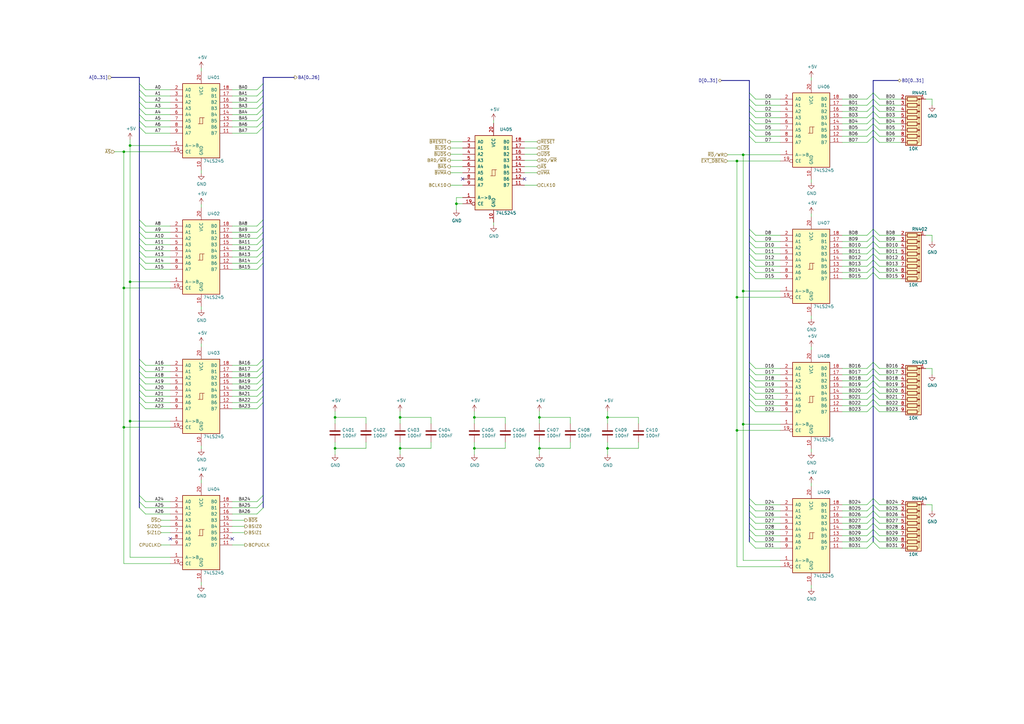
<source format=kicad_sch>
(kicad_sch (version 20211123) (generator eeschema)
  (paper "A3")
  (title_block (title "Y Ddraig Fawr") (company "Stephen Moody"))
  (lib_symbols
    (symbol "74xx:74LS245" (pin_names (offset 1.016))
      (property "Reference" "U" (at -7.62 16.51 0))
      (property "Value" "74LS245" (at -7.62 -16.51 0))
      (symbol "74LS245_1_0"
        (pin input line (at -12.7 -10.16 0) (length 5.08) (name "A->B") (number "1"))
        (pin power_in line (at 0 -20.32 90) (length 5.08) (name "GND") (number "10"))
        (pin tri_state line (at 12.7 -5.08 180) (length 5.08) (name "B7") (number "11"))
        (pin tri_state line (at 12.7 -2.54 180) (length 5.08) (name "B6") (number "12"))
        (pin tri_state line (at 12.7 0 180) (length 5.08) (name "B5") (number "13"))
        (pin tri_state line (at 12.7 2.54 180) (length 5.08) (name "B4") (number "14"))
        (pin tri_state line (at 12.7 5.08 180) (length 5.08) (name "B3") (number "15"))
        (pin tri_state line (at 12.7 7.62 180) (length 5.08) (name "B2") (number "16"))
        (pin tri_state line (at 12.7 10.16 180) (length 5.08) (name "B1") (number "17"))
        (pin tri_state line (at 12.7 12.7 180) (length 5.08) (name "B0") (number "18"))
        (pin input inverted (at -12.7 -12.7 0) (length 5.08) (name "CE") (number "19"))
        (pin tri_state line (at -12.7 12.7 0) (length 5.08) (name "A0") (number "2"))
        (pin power_in line (at 0 20.32 270) (length 5.08) (name "VCC") (number "20"))
        (pin tri_state line (at -12.7 10.16 0) (length 5.08) (name "A1") (number "3"))
        (pin tri_state line (at -12.7 7.62 0) (length 5.08) (name "A2") (number "4"))
        (pin tri_state line (at -12.7 5.08 0) (length 5.08) (name "A3") (number "5"))
        (pin tri_state line (at -12.7 2.54 0) (length 5.08) (name "A4") (number "6"))
        (pin tri_state line (at -12.7 0 0) (length 5.08) (name "A5") (number "7"))
        (pin tri_state line (at -12.7 -2.54 0) (length 5.08) (name "A6") (number "8"))
        (pin tri_state line (at -12.7 -5.08 0) (length 5.08) (name "A7") (number "9"))
      )
    )
    (symbol "Device:C" (pin_numbers hide) (pin_names (offset 0.254))
      (property "Reference" "C" (at 0.635 2.54 0))
      (property "Value" "C" (at 0.635 -2.54 0))
      (symbol "C_1_1"
        (pin passive line (at 0 3.81 270) (length 2.794) (name "~") (number "1"))
        (pin passive line (at 0 -3.81 90) (length 2.794) (name "~") (number "2"))
      )
    )
    (symbol "Device:R_Network08" (pin_names (offset 0) hide)
      (property "Reference" "RN" (at -12.7 0 90))
      (property "Value" "R_Network08" (at 10.16 0 90))
      (symbol "R_Network08_1_1"
        (pin passive line (at -10.16 5.08 270) (length 2.54) (name "common") (number "1"))
        (pin passive line (at -10.16 -5.08 90) (length 1.27) (name "R1") (number "2"))
        (pin passive line (at -7.62 -5.08 90) (length 1.27) (name "R2") (number "3"))
        (pin passive line (at -5.08 -5.08 90) (length 1.27) (name "R3") (number "4"))
        (pin passive line (at -2.54 -5.08 90) (length 1.27) (name "R4") (number "5"))
        (pin passive line (at 0 -5.08 90) (length 1.27) (name "R5") (number "6"))
        (pin passive line (at 2.54 -5.08 90) (length 1.27) (name "R6") (number "7"))
        (pin passive line (at 5.08 -5.08 90) (length 1.27) (name "R7") (number "8"))
        (pin passive line (at 7.62 -5.08 90) (length 1.27) (name "R8") (number "9"))
      )
    )
    (symbol "power:+5V" (power) (pin_names (offset 0))
      (property "Value" "+5V" (at 0 3.556 0))
      (symbol "+5V_1_1"
        (pin power_in line (at 0 0 90) (length 0) hide (name "+5V") (number "1"))
      )
    )
    (symbol "power:GND" (power) (pin_names (offset 0))
      (property "Value" "GND" (at 0 -3.81 0))
      (symbol "GND_1_1"
        (pin power_in line (at 0 0 270) (length 0) hide (name "GND") (number "1"))
      )
    )
  )
  (junction (at 302.26 66.04))
  (junction (at 137.414 171.196))
  (junction (at 53.34 172.72))
  (junction (at 50.8 118.11))
  (junction (at 221.234 171.196))
  (junction (at 304.8 173.99))
  (junction (at 53.34 59.69))
  (junction (at 164.084 183.896))
  (junction (at 164.084 171.196))
  (junction (at 50.8 62.23))
  (junction (at 194.564 171.196))
  (junction (at 249.174 171.196))
  (junction (at 194.564 183.896))
  (junction (at 302.26 176.53))
  (junction (at 304.8 119.38))
  (junction (at 221.234 183.896))
  (junction (at 50.8 175.26))
  (junction (at 249.174 183.896))
  (junction (at 53.34 115.57))
  (junction (at 304.8 63.5))
  (junction (at 302.26 121.92))
  (junction (at 187.198 83.566))
  (junction (at 137.414 183.896))
  (no_connect (at 69.85 220.98))
  (no_connect (at 95.25 220.98))
  (no_connect (at 189.738 73.406))
  (no_connect (at 215.138 73.406))
  (bus_entry (at 355.6 168.91) (size 2.54 -2.54))
  (bus_entry (at 307.34 217.17) (size 2.54 2.54))
  (bus_entry (at 355.6 222.25) (size 2.54 -2.54))
  (bus_entry (at 307.34 158.75) (size 2.54 2.54))
  (bus_entry (at 355.6 104.14) (size 2.54 -2.54))
  (bus_entry (at 57.15 149.86) (size 2.54 2.54))
  (bus_entry (at 57.15 52.07) (size 2.54 2.54))
  (bus_entry (at 358.14 43.18) (size 2.54 2.54))
  (bus_entry (at 355.6 96.52) (size 2.54 -2.54))
  (bus_entry (at 355.6 101.6) (size 2.54 -2.54))
  (bus_entry (at 105.41 208.28) (size 2.54 -2.54))
  (bus_entry (at 358.14 214.63) (size 2.54 2.54))
  (bus_entry (at 307.34 166.37) (size 2.54 2.54))
  (bus_entry (at 307.34 209.55) (size 2.54 2.54))
  (bus_entry (at 358.14 106.68) (size 2.54 2.54))
  (bus_entry (at 57.15 49.53) (size 2.54 2.54))
  (bus_entry (at 307.34 48.26) (size 2.54 2.54))
  (bus_entry (at 358.14 99.06) (size 2.54 2.54))
  (bus_entry (at 307.34 38.1) (size 2.54 2.54))
  (bus_entry (at 57.15 100.33) (size 2.54 2.54))
  (bus_entry (at 57.15 203.2) (size 2.54 2.54))
  (bus_entry (at 307.34 40.64) (size 2.54 2.54))
  (bus_entry (at 358.14 209.55) (size 2.54 2.54))
  (bus_entry (at 355.6 50.8) (size 2.54 -2.54))
  (bus_entry (at 105.41 92.71) (size 2.54 -2.54))
  (bus_entry (at 307.34 214.63) (size 2.54 2.54))
  (bus_entry (at 57.15 46.99) (size 2.54 2.54))
  (bus_entry (at 355.6 43.18) (size 2.54 -2.54))
  (bus_entry (at 307.34 96.52) (size 2.54 2.54))
  (bus_entry (at 57.15 205.74) (size 2.54 2.54))
  (bus_entry (at 105.41 39.37) (size 2.54 -2.54))
  (bus_entry (at 358.14 53.34) (size 2.54 2.54))
  (bus_entry (at 358.14 217.17) (size 2.54 2.54))
  (bus_entry (at 105.41 52.07) (size 2.54 -2.54))
  (bus_entry (at 358.14 45.72) (size 2.54 2.54))
  (bus_entry (at 358.14 109.22) (size 2.54 2.54))
  (bus_entry (at 355.6 219.71) (size 2.54 -2.54))
  (bus_entry (at 307.34 148.59) (size 2.54 2.54))
  (bus_entry (at 105.41 205.74) (size 2.54 -2.54))
  (bus_entry (at 307.34 99.06) (size 2.54 2.54))
  (bus_entry (at 307.34 43.18) (size 2.54 2.54))
  (bus_entry (at 105.41 46.99) (size 2.54 -2.54))
  (bus_entry (at 358.14 153.67) (size 2.54 2.54))
  (bus_entry (at 57.15 152.4) (size 2.54 2.54))
  (bus_entry (at 307.34 93.98) (size 2.54 2.54))
  (bus_entry (at 307.34 101.6) (size 2.54 2.54))
  (bus_entry (at 358.14 212.09) (size 2.54 2.54))
  (bus_entry (at 57.15 92.71) (size 2.54 2.54))
  (bus_entry (at 307.34 50.8) (size 2.54 2.54))
  (bus_entry (at 358.14 163.83) (size 2.54 2.54))
  (bus_entry (at 358.14 48.26) (size 2.54 2.54))
  (bus_entry (at 57.15 105.41) (size 2.54 2.54))
  (bus_entry (at 355.6 214.63) (size 2.54 -2.54))
  (bus_entry (at 307.34 219.71) (size 2.54 2.54))
  (bus_entry (at 105.41 54.61) (size 2.54 -2.54))
  (bus_entry (at 355.6 40.64) (size 2.54 -2.54))
  (bus_entry (at 57.15 95.25) (size 2.54 2.54))
  (bus_entry (at 57.15 39.37) (size 2.54 2.54))
  (bus_entry (at 355.6 55.88) (size 2.54 -2.54))
  (bus_entry (at 105.41 162.56) (size 2.54 -2.54))
  (bus_entry (at 307.34 104.14) (size 2.54 2.54))
  (bus_entry (at 355.6 207.01) (size 2.54 -2.54))
  (bus_entry (at 355.6 109.22) (size 2.54 -2.54))
  (bus_entry (at 57.15 157.48) (size 2.54 2.54))
  (bus_entry (at 57.15 162.56) (size 2.54 2.54))
  (bus_entry (at 355.6 53.34) (size 2.54 -2.54))
  (bus_entry (at 358.14 207.01) (size 2.54 2.54))
  (bus_entry (at 105.41 167.64) (size 2.54 -2.54))
  (bus_entry (at 57.15 107.95) (size 2.54 2.54))
  (bus_entry (at 355.6 114.3) (size 2.54 -2.54))
  (bus_entry (at 307.34 111.76) (size 2.54 2.54))
  (bus_entry (at 355.6 209.55) (size 2.54 -2.54))
  (bus_entry (at 307.34 212.09) (size 2.54 2.54))
  (bus_entry (at 105.41 154.94) (size 2.54 -2.54))
  (bus_entry (at 355.6 166.37) (size 2.54 -2.54))
  (bus_entry (at 105.41 160.02) (size 2.54 -2.54))
  (bus_entry (at 105.41 149.86) (size 2.54 -2.54))
  (bus_entry (at 355.6 158.75) (size 2.54 -2.54))
  (bus_entry (at 355.6 48.26) (size 2.54 -2.54))
  (bus_entry (at 355.6 217.17) (size 2.54 -2.54))
  (bus_entry (at 57.15 160.02) (size 2.54 2.54))
  (bus_entry (at 307.34 204.47) (size 2.54 2.54))
  (bus_entry (at 355.6 212.09) (size 2.54 -2.54))
  (bus_entry (at 307.34 161.29) (size 2.54 2.54))
  (bus_entry (at 307.34 156.21) (size 2.54 2.54))
  (bus_entry (at 358.14 96.52) (size 2.54 2.54))
  (bus_entry (at 105.41 41.91) (size 2.54 -2.54))
  (bus_entry (at 105.41 165.1) (size 2.54 -2.54))
  (bus_entry (at 355.6 111.76) (size 2.54 -2.54))
  (bus_entry (at 307.34 163.83) (size 2.54 2.54))
  (bus_entry (at 355.6 106.68) (size 2.54 -2.54))
  (bus_entry (at 358.14 111.76) (size 2.54 2.54))
  (bus_entry (at 105.41 110.49) (size 2.54 -2.54))
  (bus_entry (at 358.14 104.14) (size 2.54 2.54))
  (bus_entry (at 358.14 40.64) (size 2.54 2.54))
  (bus_entry (at 358.14 161.29) (size 2.54 2.54))
  (bus_entry (at 307.34 45.72) (size 2.54 2.54))
  (bus_entry (at 307.34 151.13) (size 2.54 2.54))
  (bus_entry (at 358.14 204.47) (size 2.54 2.54))
  (bus_entry (at 358.14 166.37) (size 2.54 2.54))
  (bus_entry (at 57.15 147.32) (size 2.54 2.54))
  (bus_entry (at 355.6 153.67) (size 2.54 -2.54))
  (bus_entry (at 355.6 99.06) (size 2.54 -2.54))
  (bus_entry (at 358.14 148.59) (size 2.54 2.54))
  (bus_entry (at 105.41 95.25) (size 2.54 -2.54))
  (bus_entry (at 307.34 153.67) (size 2.54 2.54))
  (bus_entry (at 105.41 152.4) (size 2.54 -2.54))
  (bus_entry (at 105.41 36.83) (size 2.54 -2.54))
  (bus_entry (at 358.14 158.75) (size 2.54 2.54))
  (bus_entry (at 307.34 55.88) (size 2.54 2.54))
  (bus_entry (at 57.15 208.28) (size 2.54 2.54))
  (bus_entry (at 57.15 154.94) (size 2.54 2.54))
  (bus_entry (at 105.41 97.79) (size 2.54 -2.54))
  (bus_entry (at 105.41 49.53) (size 2.54 -2.54))
  (bus_entry (at 57.15 102.87) (size 2.54 2.54))
  (bus_entry (at 105.41 100.33) (size 2.54 -2.54))
  (bus_entry (at 358.14 219.71) (size 2.54 2.54))
  (bus_entry (at 105.41 107.95) (size 2.54 -2.54))
  (bus_entry (at 358.14 156.21) (size 2.54 2.54))
  (bus_entry (at 358.14 38.1) (size 2.54 2.54))
  (bus_entry (at 355.6 156.21) (size 2.54 -2.54))
  (bus_entry (at 355.6 58.42) (size 2.54 -2.54))
  (bus_entry (at 358.14 50.8) (size 2.54 2.54))
  (bus_entry (at 57.15 34.29) (size 2.54 2.54))
  (bus_entry (at 358.14 151.13) (size 2.54 2.54))
  (bus_entry (at 307.34 222.25) (size 2.54 2.54))
  (bus_entry (at 307.34 53.34) (size 2.54 2.54))
  (bus_entry (at 307.34 109.22) (size 2.54 2.54))
  (bus_entry (at 57.15 97.79) (size 2.54 2.54))
  (bus_entry (at 105.41 157.48) (size 2.54 -2.54))
  (bus_entry (at 105.41 210.82) (size 2.54 -2.54))
  (bus_entry (at 358.14 222.25) (size 2.54 2.54))
  (bus_entry (at 57.15 44.45) (size 2.54 2.54))
  (bus_entry (at 355.6 45.72) (size 2.54 -2.54))
  (bus_entry (at 355.6 163.83) (size 2.54 -2.54))
  (bus_entry (at 307.34 207.01) (size 2.54 2.54))
  (bus_entry (at 358.14 93.98) (size 2.54 2.54))
  (bus_entry (at 57.15 41.91) (size 2.54 2.54))
  (bus_entry (at 105.41 44.45) (size 2.54 -2.54))
  (bus_entry (at 57.15 165.1) (size 2.54 2.54))
  (bus_entry (at 105.41 102.87) (size 2.54 -2.54))
  (bus_entry (at 358.14 55.88) (size 2.54 2.54))
  (bus_entry (at 355.6 161.29) (size 2.54 -2.54))
  (bus_entry (at 358.14 101.6) (size 2.54 2.54))
  (bus_entry (at 307.34 106.68) (size 2.54 2.54))
  (bus_entry (at 105.41 105.41) (size 2.54 -2.54))
  (bus_entry (at 57.15 90.17) (size 2.54 2.54))
  (bus_entry (at 355.6 224.79) (size 2.54 -2.54))
  (bus_entry (at 57.15 36.83) (size 2.54 2.54))
  (bus_entry (at 355.6 151.13) (size 2.54 -2.54))
  (bus (pts (xy 358.14 101.6) (xy 358.14 104.14)))
  (wire (pts (xy 298.45 66.04) (xy 302.26 66.04)))
  (bus (pts (xy 307.34 207.01) (xy 307.34 209.55)))
  (wire (pts (xy 360.68 214.63) (xy 369.57 214.63)))
  (wire (pts (xy 82.55 238.76) (xy 82.55 240.03)))
  (wire (pts (xy 53.34 115.57) (xy 53.34 172.72)))
  (wire (pts (xy 164.084 183.896) (xy 164.084 181.356)))
  (wire (pts (xy 309.88 161.29) (xy 320.04 161.29)))
  (wire (pts (xy 360.68 161.29) (xy 369.57 161.29)))
  (wire (pts (xy 360.68 106.68) (xy 369.57 106.68)))
  (bus (pts (xy 107.95 102.87) (xy 107.95 105.41)))
  (wire (pts (xy 345.44 166.37) (xy 355.6 166.37)))
  (wire (pts (xy 59.69 52.07) (xy 69.85 52.07)))
  (wire (pts (xy 95.25 54.61) (xy 105.41 54.61)))
  (wire (pts (xy 187.198 83.566) (xy 187.198 86.106)))
  (bus (pts (xy 107.95 157.48) (xy 107.95 160.02)))
  (wire (pts (xy 95.25 95.25) (xy 105.41 95.25)))
  (bus (pts (xy 358.14 163.83) (xy 358.14 166.37)))
  (wire (pts (xy 137.414 183.896) (xy 150.114 183.896)))
  (wire (pts (xy 221.234 171.196) (xy 221.234 168.656)))
  (wire (pts (xy 304.8 119.38) (xy 304.8 173.99)))
  (wire (pts (xy 137.414 173.736) (xy 137.414 171.196)))
  (wire (pts (xy 360.68 58.42) (xy 369.57 58.42)))
  (wire (pts (xy 360.68 163.83) (xy 369.57 163.83)))
  (bus (pts (xy 107.95 41.91) (xy 107.95 44.45)))
  (wire (pts (xy 382.27 40.64) (xy 382.27 43.18)))
  (wire (pts (xy 302.26 232.41) (xy 302.26 176.53)))
  (bus (pts (xy 107.95 49.53) (xy 107.95 52.07)))
  (wire (pts (xy 360.68 114.3) (xy 369.57 114.3)))
  (wire (pts (xy 189.738 68.326) (xy 184.658 68.326)))
  (bus (pts (xy 307.34 55.88) (xy 307.34 93.98)))
  (wire (pts (xy 95.25 208.28) (xy 105.41 208.28)))
  (wire (pts (xy 309.88 158.75) (xy 320.04 158.75)))
  (bus (pts (xy 358.14 99.06) (xy 358.14 101.6)))
  (wire (pts (xy 309.88 222.25) (xy 320.04 222.25)))
  (wire (pts (xy 345.44 58.42) (xy 355.6 58.42)))
  (wire (pts (xy 360.68 48.26) (xy 369.57 48.26)))
  (bus (pts (xy 57.15 39.37) (xy 57.15 41.91)))
  (wire (pts (xy 249.174 183.896) (xy 261.874 183.896)))
  (wire (pts (xy 309.88 99.06) (xy 320.04 99.06)))
  (wire (pts (xy 345.44 163.83) (xy 355.6 163.83)))
  (wire (pts (xy 82.55 69.85) (xy 82.55 71.12)))
  (wire (pts (xy 309.88 217.17) (xy 320.04 217.17)))
  (bus (pts (xy 307.34 156.21) (xy 307.34 158.75)))
  (wire (pts (xy 345.44 109.22) (xy 355.6 109.22)))
  (bus (pts (xy 358.14 204.47) (xy 358.14 207.01)))
  (bus (pts (xy 57.15 152.4) (xy 57.15 154.94)))
  (wire (pts (xy 187.198 81.026) (xy 187.198 83.566)))
  (wire (pts (xy 53.34 172.72) (xy 69.85 172.72)))
  (wire (pts (xy 309.88 45.72) (xy 320.04 45.72)))
  (bus (pts (xy 358.14 33.02) (xy 368.3 33.02)))
  (wire (pts (xy 82.55 125.73) (xy 82.55 127)))
  (wire (pts (xy 379.73 40.64) (xy 382.27 40.64)))
  (wire (pts (xy 360.68 207.01) (xy 369.57 207.01)))
  (wire (pts (xy 360.68 101.6) (xy 369.57 101.6)))
  (wire (pts (xy 95.25 39.37) (xy 105.41 39.37)))
  (bus (pts (xy 57.15 31.75) (xy 57.15 34.29)))
  (wire (pts (xy 189.738 75.946) (xy 184.658 75.946)))
  (wire (pts (xy 360.68 222.25) (xy 369.57 222.25)))
  (wire (pts (xy 69.85 152.4) (xy 59.69 152.4)))
  (wire (pts (xy 304.8 119.38) (xy 320.04 119.38)))
  (wire (pts (xy 233.934 171.196) (xy 233.934 173.736)))
  (wire (pts (xy 309.88 156.21) (xy 320.04 156.21)))
  (wire (pts (xy 360.68 43.18) (xy 369.57 43.18)))
  (wire (pts (xy 59.69 92.71) (xy 69.85 92.71)))
  (wire (pts (xy 360.68 209.55) (xy 369.57 209.55)))
  (bus (pts (xy 307.34 40.64) (xy 307.34 43.18)))
  (wire (pts (xy 53.34 59.69) (xy 53.34 115.57)))
  (wire (pts (xy 164.084 171.196) (xy 176.784 171.196)))
  (wire (pts (xy 345.44 207.01) (xy 355.6 207.01)))
  (wire (pts (xy 345.44 168.91) (xy 355.6 168.91)))
  (bus (pts (xy 57.15 102.87) (xy 57.15 105.41)))
  (wire (pts (xy 345.44 45.72) (xy 355.6 45.72)))
  (wire (pts (xy 332.74 87.63) (xy 332.74 88.9)))
  (bus (pts (xy 107.95 100.33) (xy 107.95 102.87)))
  (wire (pts (xy 164.084 171.196) (xy 164.084 168.656)))
  (bus (pts (xy 358.14 217.17) (xy 358.14 219.71)))
  (wire (pts (xy 345.44 99.06) (xy 355.6 99.06)))
  (bus (pts (xy 358.14 96.52) (xy 358.14 99.06)))
  (bus (pts (xy 358.14 43.18) (xy 358.14 45.72)))
  (bus (pts (xy 358.14 209.55) (xy 358.14 212.09)))
  (wire (pts (xy 360.68 104.14) (xy 369.57 104.14)))
  (wire (pts (xy 332.74 142.24) (xy 332.74 143.51)))
  (wire (pts (xy 95.25 107.95) (xy 105.41 107.95)))
  (wire (pts (xy 345.44 158.75) (xy 355.6 158.75)))
  (bus (pts (xy 107.95 205.74) (xy 107.95 208.28)))
  (wire (pts (xy 360.68 166.37) (xy 369.57 166.37)))
  (wire (pts (xy 50.8 118.11) (xy 69.85 118.11)))
  (wire (pts (xy 69.85 208.28) (xy 59.69 208.28)))
  (bus (pts (xy 358.14 48.26) (xy 358.14 50.8)))
  (wire (pts (xy 215.138 65.786) (xy 220.218 65.786)))
  (wire (pts (xy 164.084 173.736) (xy 164.084 171.196)))
  (bus (pts (xy 307.34 151.13) (xy 307.34 153.67)))
  (wire (pts (xy 59.69 41.91) (xy 69.85 41.91)))
  (wire (pts (xy 382.27 151.13) (xy 382.27 153.67)))
  (bus (pts (xy 107.95 46.99) (xy 107.95 49.53)))
  (wire (pts (xy 59.69 205.74) (xy 69.85 205.74)))
  (wire (pts (xy 189.738 65.786) (xy 184.658 65.786)))
  (bus (pts (xy 57.15 107.95) (xy 57.15 147.32)))
  (wire (pts (xy 309.88 212.09) (xy 320.04 212.09)))
  (bus (pts (xy 307.34 219.71) (xy 307.34 222.25)))
  (bus (pts (xy 107.95 39.37) (xy 107.95 41.91)))
  (bus (pts (xy 107.95 34.29) (xy 107.95 36.83)))
  (bus (pts (xy 358.14 33.02) (xy 358.14 38.1)))
  (wire (pts (xy 309.88 151.13) (xy 320.04 151.13)))
  (bus (pts (xy 307.34 106.68) (xy 307.34 109.22)))
  (bus (pts (xy 107.95 160.02) (xy 107.95 162.56)))
  (wire (pts (xy 345.44 156.21) (xy 355.6 156.21)))
  (bus (pts (xy 107.95 36.83) (xy 107.95 39.37)))
  (wire (pts (xy 302.26 176.53) (xy 320.04 176.53)))
  (wire (pts (xy 345.44 50.8) (xy 355.6 50.8)))
  (bus (pts (xy 57.15 44.45) (xy 57.15 46.99)))
  (wire (pts (xy 95.25 92.71) (xy 105.41 92.71)))
  (wire (pts (xy 59.69 100.33) (xy 69.85 100.33)))
  (wire (pts (xy 100.33 213.36) (xy 95.25 213.36)))
  (bus (pts (xy 107.95 31.75) (xy 107.95 34.29)))
  (wire (pts (xy 379.73 96.52) (xy 382.27 96.52)))
  (bus (pts (xy 57.15 49.53) (xy 57.15 52.07)))
  (wire (pts (xy 304.8 63.5) (xy 304.8 119.38)))
  (wire (pts (xy 309.88 168.91) (xy 320.04 168.91)))
  (wire (pts (xy 95.25 205.74) (xy 105.41 205.74)))
  (wire (pts (xy 320.04 63.5) (xy 304.8 63.5)))
  (wire (pts (xy 360.68 217.17) (xy 369.57 217.17)))
  (bus (pts (xy 57.15 154.94) (xy 57.15 157.48)))
  (wire (pts (xy 302.26 121.92) (xy 302.26 66.04)))
  (wire (pts (xy 95.25 157.48) (xy 105.41 157.48)))
  (wire (pts (xy 95.25 102.87) (xy 105.41 102.87)))
  (wire (pts (xy 59.69 107.95) (xy 69.85 107.95)))
  (wire (pts (xy 309.88 109.22) (xy 320.04 109.22)))
  (wire (pts (xy 82.55 198.12) (xy 82.55 196.85)))
  (wire (pts (xy 309.88 209.55) (xy 320.04 209.55)))
  (wire (pts (xy 59.69 39.37) (xy 69.85 39.37)))
  (wire (pts (xy 50.8 62.23) (xy 50.8 118.11)))
  (wire (pts (xy 50.8 118.11) (xy 50.8 175.26)))
  (wire (pts (xy 59.69 44.45) (xy 69.85 44.45)))
  (bus (pts (xy 307.34 163.83) (xy 307.34 166.37)))
  (bus (pts (xy 307.34 43.18) (xy 307.34 45.72)))
  (wire (pts (xy 194.564 171.196) (xy 194.564 168.656)))
  (wire (pts (xy 233.934 183.896) (xy 233.934 181.356)))
  (wire (pts (xy 59.69 102.87) (xy 69.85 102.87)))
  (wire (pts (xy 360.68 151.13) (xy 369.57 151.13)))
  (wire (pts (xy 82.55 182.88) (xy 82.55 184.15)))
  (bus (pts (xy 307.34 209.55) (xy 307.34 212.09)))
  (bus (pts (xy 307.34 212.09) (xy 307.34 214.63)))
  (bus (pts (xy 107.95 165.1) (xy 107.95 203.2)))
  (bus (pts (xy 358.14 166.37) (xy 358.14 204.47)))
  (bus (pts (xy 57.15 162.56) (xy 57.15 165.1)))
  (wire (pts (xy 95.25 165.1) (xy 105.41 165.1)))
  (wire (pts (xy 309.88 55.88) (xy 320.04 55.88)))
  (wire (pts (xy 50.8 231.14) (xy 69.85 231.14)))
  (wire (pts (xy 379.73 151.13) (xy 382.27 151.13)))
  (bus (pts (xy 57.15 90.17) (xy 57.15 92.71)))
  (wire (pts (xy 309.88 48.26) (xy 320.04 48.26)))
  (bus (pts (xy 57.15 36.83) (xy 57.15 39.37)))
  (wire (pts (xy 332.74 240.03) (xy 332.74 241.3)))
  (wire (pts (xy 53.34 228.6) (xy 69.85 228.6)))
  (wire (pts (xy 95.25 162.56) (xy 105.41 162.56)))
  (bus (pts (xy 307.34 104.14) (xy 307.34 106.68)))
  (wire (pts (xy 309.88 50.8) (xy 320.04 50.8)))
  (wire (pts (xy 379.73 207.01) (xy 382.27 207.01)))
  (wire (pts (xy 66.04 218.44) (xy 69.85 218.44)))
  (bus (pts (xy 107.95 107.95) (xy 107.95 147.32)))
  (wire (pts (xy 194.564 173.736) (xy 194.564 171.196)))
  (wire (pts (xy 360.68 158.75) (xy 369.57 158.75)))
  (wire (pts (xy 50.8 62.23) (xy 69.85 62.23)))
  (wire (pts (xy 215.138 70.866) (xy 220.218 70.866)))
  (bus (pts (xy 57.15 149.86) (xy 57.15 152.4)))
  (wire (pts (xy 59.69 154.94) (xy 69.85 154.94)))
  (bus (pts (xy 57.15 105.41) (xy 57.15 107.95)))
  (wire (pts (xy 309.88 58.42) (xy 320.04 58.42)))
  (bus (pts (xy 358.14 207.01) (xy 358.14 209.55)))
  (bus (pts (xy 307.34 158.75) (xy 307.34 161.29)))
  (wire (pts (xy 302.26 66.04) (xy 320.04 66.04)))
  (wire (pts (xy 221.234 183.896) (xy 233.934 183.896)))
  (bus (pts (xy 307.34 33.02) (xy 295.91 33.02)))
  (wire (pts (xy 100.33 223.52) (xy 95.25 223.52)))
  (wire (pts (xy 150.114 183.896) (xy 150.114 181.356)))
  (bus (pts (xy 307.34 161.29) (xy 307.34 163.83)))
  (wire (pts (xy 95.25 152.4) (xy 105.41 152.4)))
  (bus (pts (xy 107.95 105.41) (xy 107.95 107.95)))
  (wire (pts (xy 302.26 176.53) (xy 302.26 121.92)))
  (wire (pts (xy 345.44 209.55) (xy 355.6 209.55)))
  (wire (pts (xy 345.44 151.13) (xy 355.6 151.13)))
  (bus (pts (xy 307.34 50.8) (xy 307.34 53.34)))
  (bus (pts (xy 107.95 97.79) (xy 107.95 100.33)))
  (wire (pts (xy 360.68 111.76) (xy 369.57 111.76)))
  (bus (pts (xy 107.95 31.75) (xy 120.65 31.75)))
  (wire (pts (xy 95.25 46.99) (xy 105.41 46.99)))
  (wire (pts (xy 194.564 186.436) (xy 194.564 183.896)))
  (wire (pts (xy 249.174 183.896) (xy 249.174 181.356)))
  (wire (pts (xy 309.88 96.52) (xy 320.04 96.52)))
  (wire (pts (xy 189.738 58.166) (xy 184.658 58.166)))
  (bus (pts (xy 57.15 147.32) (xy 57.15 149.86)))
  (wire (pts (xy 137.414 171.196) (xy 150.114 171.196)))
  (wire (pts (xy 95.25 36.83) (xy 105.41 36.83)))
  (wire (pts (xy 202.438 91.186) (xy 202.438 92.456)))
  (bus (pts (xy 358.14 212.09) (xy 358.14 214.63)))
  (bus (pts (xy 107.95 92.71) (xy 107.95 95.25)))
  (wire (pts (xy 137.414 186.436) (xy 137.414 183.896)))
  (bus (pts (xy 358.14 55.88) (xy 358.14 93.98)))
  (wire (pts (xy 345.44 48.26) (xy 355.6 48.26)))
  (wire (pts (xy 189.738 70.866) (xy 184.658 70.866)))
  (wire (pts (xy 309.88 214.63) (xy 320.04 214.63)))
  (bus (pts (xy 358.14 153.67) (xy 358.14 156.21)))
  (bus (pts (xy 57.15 203.2) (xy 57.15 205.74)))
  (bus (pts (xy 57.15 97.79) (xy 57.15 100.33)))
  (wire (pts (xy 69.85 59.69) (xy 53.34 59.69)))
  (bus (pts (xy 307.34 166.37) (xy 307.34 204.47)))
  (wire (pts (xy 360.68 53.34) (xy 369.57 53.34)))
  (wire (pts (xy 360.68 50.8) (xy 369.57 50.8)))
  (bus (pts (xy 307.34 48.26) (xy 307.34 50.8)))
  (wire (pts (xy 59.69 49.53) (xy 69.85 49.53)))
  (wire (pts (xy 95.25 154.94) (xy 105.41 154.94)))
  (bus (pts (xy 57.15 52.07) (xy 57.15 90.17)))
  (bus (pts (xy 57.15 34.29) (xy 57.15 36.83)))
  (wire (pts (xy 345.44 104.14) (xy 355.6 104.14)))
  (wire (pts (xy 189.738 83.566) (xy 187.198 83.566)))
  (wire (pts (xy 360.68 45.72) (xy 369.57 45.72)))
  (wire (pts (xy 50.8 62.23) (xy 46.99 62.23)))
  (bus (pts (xy 358.14 156.21) (xy 358.14 158.75)))
  (bus (pts (xy 307.34 153.67) (xy 307.34 156.21)))
  (wire (pts (xy 332.74 31.75) (xy 332.74 33.02)))
  (wire (pts (xy 360.68 212.09) (xy 369.57 212.09)))
  (wire (pts (xy 309.88 40.64) (xy 320.04 40.64)))
  (wire (pts (xy 360.68 156.21) (xy 369.57 156.21)))
  (wire (pts (xy 59.69 105.41) (xy 69.85 105.41)))
  (bus (pts (xy 307.34 214.63) (xy 307.34 217.17)))
  (bus (pts (xy 57.15 46.99) (xy 57.15 49.53)))
  (bus (pts (xy 107.95 95.25) (xy 107.95 97.79)))
  (wire (pts (xy 309.88 101.6) (xy 320.04 101.6)))
  (bus (pts (xy 57.15 100.33) (xy 57.15 102.87)))
  (wire (pts (xy 221.234 183.896) (xy 221.234 181.356)))
  (wire (pts (xy 309.88 53.34) (xy 320.04 53.34)))
  (bus (pts (xy 107.95 44.45) (xy 107.95 46.99)))
  (wire (pts (xy 249.174 171.196) (xy 261.874 171.196)))
  (wire (pts (xy 345.44 106.68) (xy 355.6 106.68)))
  (bus (pts (xy 107.95 149.86) (xy 107.95 152.4)))
  (wire (pts (xy 95.25 41.91) (xy 105.41 41.91)))
  (wire (pts (xy 345.44 114.3) (xy 355.6 114.3)))
  (bus (pts (xy 307.34 204.47) (xy 307.34 207.01)))
  (wire (pts (xy 309.88 207.01) (xy 320.04 207.01)))
  (wire (pts (xy 50.8 175.26) (xy 69.85 175.26)))
  (wire (pts (xy 261.874 171.196) (xy 261.874 173.736)))
  (wire (pts (xy 332.74 73.66) (xy 332.74 74.93)))
  (bus (pts (xy 107.95 52.07) (xy 107.95 90.17)))
  (wire (pts (xy 164.084 183.896) (xy 176.784 183.896)))
  (bus (pts (xy 107.95 90.17) (xy 107.95 92.71)))
  (bus (pts (xy 307.34 111.76) (xy 307.34 148.59)))
  (bus (pts (xy 358.14 111.76) (xy 358.14 148.59)))
  (wire (pts (xy 345.44 161.29) (xy 355.6 161.29)))
  (wire (pts (xy 320.04 232.41) (xy 302.26 232.41)))
  (wire (pts (xy 207.264 183.896) (xy 207.264 181.356)))
  (wire (pts (xy 345.44 55.88) (xy 355.6 55.88)))
  (wire (pts (xy 309.88 163.83) (xy 320.04 163.83)))
  (wire (pts (xy 360.68 168.91) (xy 369.57 168.91)))
  (wire (pts (xy 360.68 219.71) (xy 369.57 219.71)))
  (bus (pts (xy 57.15 165.1) (xy 57.15 203.2)))
  (wire (pts (xy 345.44 96.52) (xy 355.6 96.52)))
  (wire (pts (xy 345.44 53.34) (xy 355.6 53.34)))
  (bus (pts (xy 358.14 148.59) (xy 358.14 151.13)))
  (wire (pts (xy 345.44 214.63) (xy 355.6 214.63)))
  (wire (pts (xy 345.44 40.64) (xy 355.6 40.64)))
  (wire (pts (xy 345.44 101.6) (xy 355.6 101.6)))
  (bus (pts (xy 107.95 203.2) (xy 107.95 205.74)))
  (bus (pts (xy 307.34 45.72) (xy 307.34 48.26)))
  (wire (pts (xy 215.138 75.946) (xy 220.218 75.946)))
  (wire (pts (xy 345.44 212.09) (xy 355.6 212.09)))
  (wire (pts (xy 59.69 95.25) (xy 69.85 95.25)))
  (wire (pts (xy 261.874 183.896) (xy 261.874 181.356)))
  (wire (pts (xy 345.44 224.79) (xy 355.6 224.79)))
  (bus (pts (xy 307.34 53.34) (xy 307.34 55.88)))
  (bus (pts (xy 358.14 38.1) (xy 358.14 40.64)))
  (wire (pts (xy 207.264 171.196) (xy 207.264 173.736)))
  (wire (pts (xy 137.414 171.196) (xy 137.414 168.656)))
  (wire (pts (xy 59.69 36.83) (xy 69.85 36.83)))
  (bus (pts (xy 307.34 38.1) (xy 307.34 40.64)))
  (wire (pts (xy 320.04 173.99) (xy 304.8 173.99)))
  (wire (pts (xy 95.25 44.45) (xy 105.41 44.45)))
  (wire (pts (xy 345.44 43.18) (xy 355.6 43.18)))
  (wire (pts (xy 345.44 153.67) (xy 355.6 153.67)))
  (wire (pts (xy 309.88 43.18) (xy 320.04 43.18)))
  (bus (pts (xy 307.34 217.17) (xy 307.34 219.71)))
  (bus (pts (xy 358.14 93.98) (xy 358.14 96.52)))
  (wire (pts (xy 59.69 157.48) (xy 69.85 157.48)))
  (bus (pts (xy 358.14 53.34) (xy 358.14 55.88)))
  (wire (pts (xy 221.234 186.436) (xy 221.234 183.896)))
  (wire (pts (xy 176.784 183.896) (xy 176.784 181.356)))
  (wire (pts (xy 95.25 49.53) (xy 105.41 49.53)))
  (wire (pts (xy 332.74 184.15) (xy 332.74 185.42)))
  (wire (pts (xy 69.85 215.9) (xy 66.04 215.9)))
  (wire (pts (xy 95.25 149.86) (xy 105.41 149.86)))
  (bus (pts (xy 307.34 101.6) (xy 307.34 104.14)))
  (wire (pts (xy 95.25 110.49) (xy 105.41 110.49)))
  (bus (pts (xy 57.15 31.75) (xy 45.72 31.75)))
  (wire (pts (xy 360.68 153.67) (xy 369.57 153.67)))
  (wire (pts (xy 176.784 171.196) (xy 176.784 173.736)))
  (wire (pts (xy 53.34 115.57) (xy 69.85 115.57)))
  (bus (pts (xy 57.15 41.91) (xy 57.15 44.45)))
  (wire (pts (xy 50.8 175.26) (xy 50.8 231.14)))
  (wire (pts (xy 215.138 60.706) (xy 220.218 60.706)))
  (bus (pts (xy 57.15 205.74) (xy 57.15 208.28)))
  (wire (pts (xy 304.8 173.99) (xy 304.8 229.87)))
  (bus (pts (xy 358.14 161.29) (xy 358.14 163.83)))
  (bus (pts (xy 307.34 109.22) (xy 307.34 111.76)))
  (wire (pts (xy 309.88 166.37) (xy 320.04 166.37)))
  (bus (pts (xy 57.15 160.02) (xy 57.15 162.56)))
  (wire (pts (xy 53.34 59.69) (xy 53.34 57.15)))
  (wire (pts (xy 345.44 219.71) (xy 355.6 219.71)))
  (wire (pts (xy 150.114 171.196) (xy 150.114 173.736)))
  (wire (pts (xy 59.69 162.56) (xy 69.85 162.56)))
  (wire (pts (xy 345.44 222.25) (xy 355.6 222.25)))
  (wire (pts (xy 360.68 109.22) (xy 369.57 109.22)))
  (wire (pts (xy 59.69 97.79) (xy 69.85 97.79)))
  (bus (pts (xy 107.95 152.4) (xy 107.95 154.94)))
  (wire (pts (xy 95.25 100.33) (xy 105.41 100.33)))
  (wire (pts (xy 309.88 224.79) (xy 320.04 224.79)))
  (bus (pts (xy 358.14 109.22) (xy 358.14 111.76)))
  (wire (pts (xy 332.74 198.12) (xy 332.74 199.39)))
  (wire (pts (xy 59.69 110.49) (xy 69.85 110.49)))
  (bus (pts (xy 358.14 151.13) (xy 358.14 153.67)))
  (wire (pts (xy 309.88 219.71) (xy 320.04 219.71)))
  (wire (pts (xy 189.738 60.706) (xy 184.658 60.706)))
  (wire (pts (xy 320.04 121.92) (xy 302.26 121.92)))
  (wire (pts (xy 309.88 104.14) (xy 320.04 104.14)))
  (wire (pts (xy 360.68 40.64) (xy 369.57 40.64)))
  (wire (pts (xy 249.174 171.196) (xy 249.174 168.656)))
  (bus (pts (xy 358.14 45.72) (xy 358.14 48.26)))
  (wire (pts (xy 95.25 97.79) (xy 105.41 97.79)))
  (wire (pts (xy 221.234 173.736) (xy 221.234 171.196)))
  (wire (pts (xy 59.69 210.82) (xy 69.85 210.82)))
  (wire (pts (xy 249.174 186.436) (xy 249.174 183.896)))
  (wire (pts (xy 249.174 173.736) (xy 249.174 171.196)))
  (wire (pts (xy 202.438 49.276) (xy 202.438 50.546)))
  (wire (pts (xy 82.55 29.21) (xy 82.55 27.94)))
  (wire (pts (xy 59.69 149.86) (xy 69.85 149.86)))
  (wire (pts (xy 69.85 223.52) (xy 66.04 223.52)))
  (bus (pts (xy 358.14 40.64) (xy 358.14 43.18)))
  (wire (pts (xy 309.88 111.76) (xy 320.04 111.76)))
  (wire (pts (xy 82.55 85.09) (xy 82.55 83.82)))
  (bus (pts (xy 358.14 214.63) (xy 358.14 217.17)))
  (bus (pts (xy 307.34 99.06) (xy 307.34 101.6)))
  (wire (pts (xy 95.25 215.9) (xy 100.33 215.9)))
  (wire (pts (xy 95.25 105.41) (xy 105.41 105.41)))
  (bus (pts (xy 358.14 158.75) (xy 358.14 161.29)))
  (wire (pts (xy 189.738 63.246) (xy 184.658 63.246)))
  (bus (pts (xy 358.14 219.71) (xy 358.14 222.25)))
  (wire (pts (xy 95.25 210.82) (xy 105.41 210.82)))
  (wire (pts (xy 194.564 183.896) (xy 194.564 181.356)))
  (wire (pts (xy 59.69 46.99) (xy 69.85 46.99)))
  (wire (pts (xy 189.738 81.026) (xy 187.198 81.026)))
  (wire (pts (xy 95.25 52.07) (xy 105.41 52.07)))
  (wire (pts (xy 194.564 171.196) (xy 207.264 171.196)))
  (wire (pts (xy 59.69 165.1) (xy 69.85 165.1)))
  (bus (pts (xy 107.95 147.32) (xy 107.95 149.86)))
  (bus (pts (xy 57.15 92.71) (xy 57.15 95.25)))
  (wire (pts (xy 59.69 167.64) (xy 69.85 167.64)))
  (wire (pts (xy 304.8 229.87) (xy 320.04 229.87)))
  (wire (pts (xy 309.88 114.3) (xy 320.04 114.3)))
  (bus (pts (xy 107.95 154.94) (xy 107.95 157.48)))
  (wire (pts (xy 345.44 111.76) (xy 355.6 111.76)))
  (wire (pts (xy 382.27 96.52) (xy 382.27 99.06)))
  (wire (pts (xy 360.68 96.52) (xy 369.57 96.52)))
  (wire (pts (xy 95.25 167.64) (xy 105.41 167.64)))
  (bus (pts (xy 307.34 93.98) (xy 307.34 96.52)))
  (wire (pts (xy 95.25 160.02) (xy 105.41 160.02)))
  (bus (pts (xy 358.14 50.8) (xy 358.14 53.34)))
  (wire (pts (xy 332.74 129.54) (xy 332.74 130.81)))
  (wire (pts (xy 95.25 218.44) (xy 100.33 218.44)))
  (wire (pts (xy 215.138 58.166) (xy 220.218 58.166)))
  (wire (pts (xy 66.04 213.36) (xy 69.85 213.36)))
  (wire (pts (xy 59.69 54.61) (xy 69.85 54.61)))
  (wire (pts (xy 360.68 224.79) (xy 369.57 224.79)))
  (wire (pts (xy 215.138 63.246) (xy 220.218 63.246)))
  (wire (pts (xy 345.44 217.17) (xy 355.6 217.17)))
  (wire (pts (xy 137.414 183.896) (xy 137.414 181.356)))
  (wire (pts (xy 194.564 183.896) (xy 207.264 183.896)))
  (wire (pts (xy 304.8 63.5) (xy 298.45 63.5)))
  (wire (pts (xy 360.68 99.06) (xy 369.57 99.06)))
  (wire (pts (xy 309.88 106.68) (xy 320.04 106.68)))
  (wire (pts (xy 215.138 68.326) (xy 220.218 68.326)))
  (wire (pts (xy 309.88 153.67) (xy 320.04 153.67)))
  (wire (pts (xy 360.68 55.88) (xy 369.57 55.88)))
  (bus (pts (xy 307.34 96.52) (xy 307.34 99.06)))
  (wire (pts (xy 53.34 172.72) (xy 53.34 228.6)))
  (bus (pts (xy 307.34 148.59) (xy 307.34 151.13)))
  (bus (pts (xy 358.14 104.14) (xy 358.14 106.68)))
  (bus (pts (xy 107.95 162.56) (xy 107.95 165.1)))
  (wire (pts (xy 59.69 160.02) (xy 69.85 160.02)))
  (bus (pts (xy 57.15 95.25) (xy 57.15 97.79)))
  (bus (pts (xy 307.34 33.02) (xy 307.34 38.1)))
  (wire (pts (xy 382.27 207.01) (xy 382.27 209.55)))
  (wire (pts (xy 164.084 186.436) (xy 164.084 183.896)))
  (bus (pts (xy 57.15 157.48) (xy 57.15 160.02)))
  (wire (pts (xy 82.55 142.24) (xy 82.55 140.97)))
  (wire (pts (xy 221.234 171.196) (xy 233.934 171.196)))
  (bus (pts (xy 358.14 106.68) (xy 358.14 109.22)))
  (label "BD1" (at 347.98 43.18 0))
  (label "A19" (at 63.5 157.48 0))
  (label "D28" (at 313.69 217.17 0))
  (label "A13" (at 63.5 105.41 0))
  (label "BD22" (at 363.22 166.37 0))
  (label "BD14" (at 347.98 111.76 0))
  (label "BD31" (at 347.98 224.79 0))
  (label "A20" (at 63.5 160.02 0))
  (label "A18" (at 63.5 154.94 0))
  (label "BD13" (at 347.98 109.22 0))
  (label "D1" (at 313.69 43.18 0))
  (label "BD1" (at 363.22 43.18 0))
  (label "BD12" (at 363.22 106.68 0))
  (label "BD24" (at 363.22 207.01 0))
  (label "D26" (at 313.69 212.09 0))
  (label "D23" (at 313.69 168.91 0))
  (label "BD2" (at 347.98 45.72 0))
  (label "BD18" (at 363.22 156.21 0))
  (label "A16" (at 63.5 149.86 0))
  (label "BD5" (at 363.22 53.34 0))
  (label "A14" (at 63.5 107.95 0))
  (label "BD23" (at 347.98 168.91 0))
  (label "D25" (at 313.69 209.55 0))
  (label "BD6" (at 363.22 55.88 0))
  (label "BD26" (at 347.98 212.09 0))
  (label "BA15" (at 97.79 110.49 0))
  (label "BD25" (at 347.98 209.55 0))
  (label "BD23" (at 363.22 168.91 0))
  (label "D0" (at 313.69 40.64 0))
  (label "BA2" (at 97.79 41.91 0))
  (label "BD19" (at 347.98 158.75 0))
  (label "BA19" (at 97.79 157.48 0))
  (label "BA13" (at 97.79 105.41 0))
  (label "BA8" (at 97.79 92.71 0))
  (label "D31" (at 313.69 224.79 0))
  (label "BA14" (at 97.79 107.95 0))
  (label "BD17" (at 347.98 153.67 0))
  (label "BD11" (at 347.98 104.14 0))
  (label "BD14" (at 363.22 111.76 0))
  (label "BD19" (at 363.22 158.75 0))
  (label "BD17" (at 363.22 153.67 0))
  (label "BD9" (at 363.22 99.06 0))
  (label "BA3" (at 97.79 44.45 0))
  (label "D2" (at 313.69 45.72 0))
  (label "BD21" (at 347.98 163.83 0))
  (label "A8" (at 63.5 92.71 0))
  (label "BD29" (at 363.22 219.71 0))
  (label "A9" (at 63.5 95.25 0))
  (label "BD12" (at 347.98 106.68 0))
  (label "D22" (at 313.69 166.37 0))
  (label "BD18" (at 347.98 156.21 0))
  (label "A3" (at 63.5 44.45 0))
  (label "A22" (at 63.5 165.1 0))
  (label "BA6" (at 97.79 52.07 0))
  (label "BD2" (at 363.22 45.72 0))
  (label "BD0" (at 363.22 40.64 0))
  (label "BD20" (at 347.98 161.29 0))
  (label "BD0" (at 347.98 40.64 0))
  (label "BD10" (at 347.98 101.6 0))
  (label "D27" (at 313.69 214.63 0))
  (label "A1" (at 63.5 39.37 0))
  (label "BA4" (at 97.79 46.99 0))
  (label "A4" (at 63.5 46.99 0))
  (label "D10" (at 313.69 101.6 0))
  (label "BA22" (at 97.79 165.1 0))
  (label "BA24" (at 97.79 205.74 0))
  (label "BA7" (at 97.79 54.61 0))
  (label "BD11" (at 363.22 104.14 0))
  (label "A23" (at 63.5 167.64 0))
  (label "A15" (at 63.5 110.49 0))
  (label "D3" (at 313.69 48.26 0))
  (label "BD8" (at 347.98 96.52 0))
  (label "BD9" (at 347.98 99.06 0))
  (label "A2" (at 63.5 41.91 0))
  (label "BD7" (at 363.22 58.42 0))
  (label "D24" (at 313.69 207.01 0))
  (label "BA16" (at 97.79 149.86 0))
  (label "BD29" (at 347.98 219.71 0))
  (label "BD4" (at 363.22 50.8 0))
  (label "D21" (at 313.69 163.83 0))
  (label "D11" (at 313.69 104.14 0))
  (label "A21" (at 63.5 162.56 0))
  (label "D17" (at 313.69 153.67 0))
  (label "BA18" (at 97.79 154.94 0))
  (label "A26" (at 63.5 210.82 0))
  (label "BD16" (at 363.22 151.13 0))
  (label "A17" (at 63.5 152.4 0))
  (label "BA5" (at 97.79 49.53 0))
  (label "D16" (at 313.69 151.13 0))
  (label "BA10" (at 97.79 97.79 0))
  (label "BA21" (at 97.79 162.56 0))
  (label "BD27" (at 347.98 214.63 0))
  (label "BA26" (at 97.79 210.82 0))
  (label "BA9" (at 97.79 95.25 0))
  (label "A11" (at 63.5 100.33 0))
  (label "BD16" (at 347.98 151.13 0))
  (label "BA20" (at 97.79 160.02 0))
  (label "A12" (at 63.5 102.87 0))
  (label "BD27" (at 363.22 214.63 0))
  (label "BA17" (at 97.79 152.4 0))
  (label "BD30" (at 347.98 222.25 0))
  (label "D7" (at 313.69 58.42 0))
  (label "BD15" (at 363.22 114.3 0))
  (label "D4" (at 313.69 50.8 0))
  (label "A24" (at 63.5 205.74 0))
  (label "BD3" (at 347.98 48.26 0))
  (label "BD22" (at 347.98 166.37 0))
  (label "BD13" (at 363.22 109.22 0))
  (label "BD31" (at 363.22 224.79 0))
  (label "D13" (at 313.69 109.22 0))
  (label "D14" (at 313.69 111.76 0))
  (label "D9" (at 313.69 99.06 0))
  (label "A7" (at 63.5 54.61 0))
  (label "BD28" (at 363.22 217.17 0))
  (label "D5" (at 313.69 53.34 0))
  (label "BD28" (at 347.98 217.17 0))
  (label "BD7" (at 347.98 58.42 0))
  (label "BD8" (at 363.22 96.52 0))
  (label "D30" (at 313.69 222.25 0))
  (label "A25" (at 63.5 208.28 0))
  (label "D29" (at 313.69 219.71 0))
  (label "BD25" (at 363.22 209.55 0))
  (label "A6" (at 63.5 52.07 0))
  (label "A5" (at 63.5 49.53 0))
  (label "BD20" (at 363.22 161.29 0))
  (label "D15" (at 313.69 114.3 0))
  (label "D8" (at 313.69 96.52 0))
  (label "BD10" (at 363.22 101.6 0))
  (label "BD5" (at 347.98 53.34 0))
  (label "BA11" (at 97.79 100.33 0))
  (label "BD3" (at 363.22 48.26 0))
  (label "BD30" (at 363.22 222.25 0))
  (label "D12" (at 313.69 106.68 0))
  (label "BA0" (at 97.79 36.83 0))
  (label "BD24" (at 347.98 207.01 0))
  (label "BD15" (at 347.98 114.3 0))
  (label "D6" (at 313.69 55.88 0))
  (label "D20" (at 313.69 161.29 0))
  (label "D18" (at 313.69 156.21 0))
  (label "BA25" (at 97.79 208.28 0))
  (label "BA12" (at 97.79 102.87 0))
  (label "D19" (at 313.69 158.75 0))
  (label "A0" (at 63.5 36.83 0))
  (label "BD21" (at 363.22 163.83 0))
  (label "BA23" (at 97.79 167.64 0))
  (label "BD4" (at 347.98 50.8 0))
  (label "BD6" (at 347.98 55.88 0))
  (label "BA1" (at 97.79 39.37 0))
  (label "BD26" (at 363.22 212.09 0))
  (label "A10" (at 63.5 97.79 0))
  (hierarchical_label "SIZ1" (shape input) (at 66.04 218.44 180))
  (hierarchical_label "~{LDS}" (shape input) (at 220.218 60.706 0))
  (hierarchical_label "~{AS}" (shape input) (at 220.218 68.326 0))
  (hierarchical_label "~{BUDS}" (shape output) (at 184.658 63.246 180))
  (hierarchical_label "CPUCLK" (shape input) (at 66.04 223.52 180))
  (hierarchical_label "BSIZ1" (shape output) (at 100.33 218.44 0))
  (hierarchical_label "BCPUCLK" (shape output) (at 100.33 223.52 0))
  (hierarchical_label "A[0..31]" (shape input) (at 45.72 31.75 180))
  (hierarchical_label "~{EXT_DBEN}" (shape input) (at 298.45 66.04 180))
  (hierarchical_label "BRD{slash}~{WR}" (shape output) (at 184.658 65.786 180))
  (hierarchical_label "BSIZ0" (shape output) (at 100.33 215.9 0))
  (hierarchical_label "SIZ0" (shape input) (at 66.04 215.9 180))
  (hierarchical_label "~{RESET}" (shape input) (at 220.218 58.166 0))
  (hierarchical_label "~{BVMA}" (shape output) (at 184.658 70.866 180))
  (hierarchical_label "~{BDS}" (shape output) (at 100.33 213.36 0))
  (hierarchical_label "D[0..31]" (shape bidirectional) (at 295.91 33.02 180))
  (hierarchical_label "CLK10" (shape input) (at 220.218 75.946 0))
  (hierarchical_label "~{AS}" (shape input) (at 46.99 62.23 180))
  (hierarchical_label "~{UDS}" (shape input) (at 220.218 63.246 0))
  (hierarchical_label "BD[0..31]" (shape bidirectional) (at 368.3 33.02 0))
  (hierarchical_label "~{BLDS}" (shape output) (at 184.658 60.706 180))
  (hierarchical_label "~{RD}{slash}WR" (shape input) (at 298.45 63.5 180))
  (hierarchical_label "BA[0..26]" (shape output) (at 120.65 31.75 0))
  (hierarchical_label "~{BRESET}" (shape output) (at 184.658 58.166 180))
  (hierarchical_label "~{BAS}" (shape output) (at 184.658 68.326 180))
  (hierarchical_label "~{DS}" (shape input) (at 66.04 213.36 180))
  (hierarchical_label "BCLK10" (shape output) (at 184.658 75.946 180))
  (hierarchical_label "RD{slash}~{WR}" (shape input) (at 220.218 65.786 0))
  (hierarchical_label "~{VMA}" (shape input) (at 220.218 70.866 0))
  (symbol (lib_id "power:+5V") (at 82.55 27.94 0) (unit 1)
    (property "Reference" "#PWR0402" (effects hide))
    (property "Value" "+5V" (at 82.931 23.5458 0))
  )
  (symbol (lib_id "power:GND") (at 82.55 71.12 0) (unit 1)
    (property "Reference" "#PWR0403" (effects hide))
    (property "Value" "GND" (at 82.677 75.5142 0))
  )
  (symbol (lib_id "power:+5V") (at 82.55 83.82 0) (unit 1)
    (property "Reference" "#PWR0404" (effects hide))
    (property "Value" "+5V" (at 82.931 79.4258 0))
  )
  (symbol (lib_id "power:GND") (at 82.55 127 0) (unit 1)
    (property "Reference" "#PWR0405" (effects hide))
    (property "Value" "GND" (at 82.677 131.3942 0))
  )
  (symbol (lib_id "power:+5V") (at 82.55 140.97 0) (unit 1)
    (property "Reference" "#PWR0406" (effects hide))
    (property "Value" "+5V" (at 82.931 136.5758 0))
  )
  (symbol (lib_id "power:GND") (at 82.55 184.15 0) (unit 1)
    (property "Reference" "#PWR0407" (effects hide))
    (property "Value" "GND" (at 82.677 188.5442 0))
  )
  (symbol (lib_id "74xx:74LS245") (at 332.74 53.34 0) (unit 1)
    (property "Reference" "U406" (at 337.82 35.56 0))
    (property "Value" "74LS245" (at 337.82 69.85 0))
    (property "Footprint" "Package_DIP:DIP-20_W7.62mm_Socket" (effects hide))
    (property "Datasheet" "http://www.ti.com/lit/gpn/sn74LS245" (effects hide))
  )
  (symbol (lib_id "power:GND") (at 332.74 74.93 0) (unit 1)
    (property "Reference" "#PWR0424" (effects hide))
    (property "Value" "GND" (at 332.867 79.3242 0))
  )
  (symbol (lib_id "power:+5V") (at 332.74 31.75 0) (unit 1)
    (property "Reference" "#PWR0423" (effects hide))
    (property "Value" "+5V" (at 333.121 27.3558 0))
  )
  (symbol (lib_id "74xx:74LS245") (at 332.74 109.22 0) (unit 1)
    (property "Reference" "U407" (at 337.82 91.44 0))
    (property "Value" "74LS245" (at 337.82 125.73 0))
    (property "Footprint" "Package_DIP:DIP-20_W7.62mm_Socket" (effects hide))
    (property "Datasheet" "http://www.ti.com/lit/gpn/sn74LS245" (effects hide))
  )
  (symbol (lib_id "power:GND") (at 332.74 130.81 0) (unit 1)
    (property "Reference" "#PWR0426" (effects hide))
    (property "Value" "GND" (at 332.867 135.2042 0))
  )
  (symbol (lib_id "power:+5V") (at 332.74 87.63 0) (unit 1)
    (property "Reference" "#PWR0425" (effects hide))
    (property "Value" "+5V" (at 333.121 83.2358 0))
  )
  (symbol (lib_id "Device:R_Network08") (at 374.65 50.8 270) (unit 1)
    (property "Reference" "RN401" (at 377.19 38.1 90))
    (property "Value" "10K" (at 374.65 60.96 90))
    (property "Footprint" "Resistor_THT:R_Array_SIP9" (effects hide))
    (property "Datasheet" "http://www.vishay.com/docs/31509/csc.pdf" (effects hide))
  )
  (symbol (lib_id "power:GND") (at 382.27 43.18 0) (unit 1)
    (property "Reference" "#PWR0431" (effects hide))
    (property "Value" "GND" (at 382.397 47.5742 0))
  )
  (symbol (lib_id "Device:R_Network08") (at 374.65 106.68 270) (unit 1)
    (property "Reference" "RN402" (at 377.19 93.98 90))
    (property "Value" "10K" (at 374.65 116.84 90))
    (property "Footprint" "Resistor_THT:R_Array_SIP9" (effects hide))
    (property "Datasheet" "http://www.vishay.com/docs/31509/csc.pdf" (effects hide))
  )
  (symbol (lib_id "power:GND") (at 382.27 99.06 0) (unit 1)
    (property "Reference" "#PWR0432" (effects hide))
    (property "Value" "GND" (at 382.397 103.4542 0))
  )
  (symbol (lib_id "74xx:74LS245") (at 202.438 70.866 0) (unit 1)
    (property "Reference" "U405" (at 207.518 53.086 0))
    (property "Value" "74LS245" (at 207.518 87.376 0))
    (property "Footprint" "Package_DIP:DIP-20_W7.62mm_Socket" (effects hide))
    (property "Datasheet" "http://www.ti.com/lit/gpn/sn74LS245" (effects hide))
  )
  (symbol (lib_id "power:GND") (at 202.438 92.456 0) (unit 1)
    (property "Reference" "#PWR0416" (effects hide))
    (property "Value" "GND" (at 202.565 96.8502 0))
  )
  (symbol (lib_id "power:+5V") (at 202.438 49.276 0) (unit 1)
    (property "Reference" "#PWR0415" (effects hide))
    (property "Value" "+5V" (at 202.819 44.8818 0))
  )
  (symbol (lib_id "power:GND") (at 187.198 86.106 0) (unit 1)
    (property "Reference" "#PWR0414" (effects hide))
    (property "Value" "GND" (at 187.325 90.5002 0))
  )
  (symbol (lib_id "Device:C") (at 137.414 177.546 0) (unit 1)
    (property "Reference" "C401" (at 140.335 176.3776 0) (effects (justify left)))
    (property "Value" "100nF" (at 140.335 178.689 0) (effects (justify left)))
    (property "Footprint" "Capacitor_THT:C_Disc_D3.8mm_W2.6mm_P2.50mm" (effects hide))
  )
  (symbol (lib_id "power:GND") (at 137.414 186.436 0) (unit 1)
    (property "Reference" "#PWR0411" (effects hide))
    (property "Value" "GND" (at 137.541 190.8302 0))
  )
  (symbol (lib_id "Device:C") (at 150.114 177.546 0) (unit 1)
    (property "Reference" "C402" (at 153.035 176.3776 0) (effects (justify left)))
    (property "Value" "100nF" (at 153.035 178.689 0) (effects (justify left)))
    (property "Footprint" "Capacitor_THT:C_Disc_D3.8mm_W2.6mm_P2.50mm" (effects hide))
  )
  (symbol (lib_id "power:+5V") (at 137.414 168.656 0) (unit 1)
    (property "Reference" "#PWR0410" (effects hide))
    (property "Value" "+5V" (at 137.795 164.2618 0))
  )
  (symbol (lib_id "Device:C") (at 164.084 177.546 0) (unit 1)
    (property "Reference" "C403" (at 167.005 176.3776 0) (effects (justify left)))
    (property "Value" "100nF" (at 167.005 178.689 0) (effects (justify left)))
    (property "Footprint" "Capacitor_THT:C_Disc_D3.8mm_W2.6mm_P2.50mm" (effects hide))
  )
  (symbol (lib_id "power:GND") (at 164.084 186.436 0) (unit 1)
    (property "Reference" "#PWR0413" (effects hide))
    (property "Value" "GND" (at 164.211 190.8302 0))
  )
  (symbol (lib_id "Device:C") (at 176.784 177.546 0) (unit 1)
    (property "Reference" "C404" (at 179.705 176.3776 0) (effects (justify left)))
    (property "Value" "100nF" (at 179.705 178.689 0) (effects (justify left)))
    (property "Footprint" "Capacitor_THT:C_Disc_D3.8mm_W2.6mm_P2.50mm" (effects hide))
  )
  (symbol (lib_id "power:+5V") (at 164.084 168.656 0) (unit 1)
    (property "Reference" "#PWR0412" (effects hide))
    (property "Value" "+5V" (at 164.465 164.2618 0))
  )
  (symbol (lib_id "74xx:74LS245") (at 332.74 163.83 0) (unit 1)
    (property "Reference" "U408" (at 337.82 146.05 0))
    (property "Value" "74LS245" (at 337.82 180.34 0))
    (property "Footprint" "Package_DIP:DIP-20_W7.62mm_Socket" (effects hide))
    (property "Datasheet" "http://www.ti.com/lit/gpn/sn74LS245" (effects hide))
  )
  (symbol (lib_id "power:GND") (at 332.74 185.42 0) (unit 1)
    (property "Reference" "#PWR0428" (effects hide))
    (property "Value" "GND" (at 332.867 189.8142 0))
  )
  (symbol (lib_id "power:+5V") (at 332.74 142.24 0) (unit 1)
    (property "Reference" "#PWR0427" (effects hide))
    (property "Value" "+5V" (at 333.121 137.8458 0))
  )
  (symbol (lib_id "74xx:74LS245") (at 332.74 219.71 0) (unit 1)
    (property "Reference" "U409" (at 337.82 201.93 0))
    (property "Value" "74LS245" (at 337.82 236.22 0))
    (property "Footprint" "Package_DIP:DIP-20_W7.62mm_Socket" (effects hide))
    (property "Datasheet" "http://www.ti.com/lit/gpn/sn74LS245" (effects hide))
  )
  (symbol (lib_id "power:GND") (at 332.74 241.3 0) (unit 1)
    (property "Reference" "#PWR0430" (effects hide))
    (property "Value" "GND" (at 332.867 245.6942 0))
  )
  (symbol (lib_id "power:+5V") (at 332.74 198.12 0) (unit 1)
    (property "Reference" "#PWR0429" (effects hide))
    (property "Value" "+5V" (at 333.121 193.7258 0))
  )
  (symbol (lib_id "Device:R_Network08") (at 374.65 161.29 270) (unit 1)
    (property "Reference" "RN403" (at 377.19 148.59 90))
    (property "Value" "10K" (at 374.65 171.45 90))
    (property "Footprint" "Resistor_THT:R_Array_SIP9" (effects hide))
    (property "Datasheet" "http://www.vishay.com/docs/31509/csc.pdf" (effects hide))
  )
  (symbol (lib_id "power:GND") (at 382.27 153.67 0) (unit 1)
    (property "Reference" "#PWR0433" (effects hide))
    (property "Value" "GND" (at 382.397 158.0642 0))
  )
  (symbol (lib_id "Device:R_Network08") (at 374.65 217.17 270) (unit 1)
    (property "Reference" "RN404" (at 377.19 204.47 90))
    (property "Value" "10K" (at 374.65 227.33 90))
    (property "Footprint" "Resistor_THT:R_Array_SIP9" (effects hide))
    (property "Datasheet" "http://www.vishay.com/docs/31509/csc.pdf" (effects hide))
  )
  (symbol (lib_id "power:GND") (at 382.27 209.55 0) (unit 1)
    (property "Reference" "#PWR0434" (effects hide))
    (property "Value" "GND" (at 382.397 213.9442 0))
  )
  (symbol (lib_id "Device:C") (at 194.564 177.546 0) (unit 1)
    (property "Reference" "C405" (at 197.485 176.3776 0) (effects (justify left)))
    (property "Value" "100nF" (at 197.485 178.689 0) (effects (justify left)))
    (property "Footprint" "Capacitor_THT:C_Disc_D3.8mm_W2.6mm_P2.50mm" (effects hide))
  )
  (symbol (lib_id "power:GND") (at 194.564 186.436 0) (unit 1)
    (property "Reference" "#PWR0418" (effects hide))
    (property "Value" "GND" (at 194.691 190.8302 0))
  )
  (symbol (lib_id "Device:C") (at 207.264 177.546 0) (unit 1)
    (property "Reference" "C406" (at 210.185 176.3776 0) (effects (justify left)))
    (property "Value" "100nF" (at 210.185 178.689 0) (effects (justify left)))
    (property "Footprint" "Capacitor_THT:C_Disc_D3.8mm_W2.6mm_P2.50mm" (effects hide))
  )
  (symbol (lib_id "power:+5V") (at 194.564 168.656 0) (unit 1)
    (property "Reference" "#PWR0417" (effects hide))
    (property "Value" "+5V" (at 194.945 164.2618 0))
  )
  (symbol (lib_id "Device:C") (at 221.234 177.546 0) (unit 1)
    (property "Reference" "C407" (at 224.155 176.3776 0) (effects (justify left)))
    (property "Value" "100nF" (at 224.155 178.689 0) (effects (justify left)))
    (property "Footprint" "Capacitor_THT:C_Disc_D3.8mm_W2.6mm_P2.50mm" (effects hide))
  )
  (symbol (lib_id "power:GND") (at 221.234 186.436 0) (unit 1)
    (property "Reference" "#PWR0420" (effects hide))
    (property "Value" "GND" (at 221.361 190.8302 0))
  )
  (symbol (lib_id "Device:C") (at 233.934 177.546 0) (unit 1)
    (property "Reference" "C408" (at 236.855 176.3776 0) (effects (justify left)))
    (property "Value" "100nF" (at 236.855 178.689 0) (effects (justify left)))
    (property "Footprint" "Capacitor_THT:C_Disc_D3.8mm_W2.6mm_P2.50mm" (effects hide))
  )
  (symbol (lib_id "power:+5V") (at 221.234 168.656 0) (unit 1)
    (property "Reference" "#PWR0419" (effects hide))
    (property "Value" "+5V" (at 221.615 164.2618 0))
  )
  (symbol (lib_id "Device:C") (at 249.174 177.546 0) (unit 1)
    (property "Reference" "C409" (at 252.095 176.3776 0) (effects (justify left)))
    (property "Value" "100nF" (at 252.095 178.689 0) (effects (justify left)))
    (property "Footprint" "Capacitor_THT:C_Disc_D3.8mm_W2.6mm_P2.50mm" (effects hide))
  )
  (symbol (lib_id "power:GND") (at 249.174 186.436 0) (unit 1)
    (property "Reference" "#PWR0422" (effects hide))
    (property "Value" "GND" (at 249.301 190.8302 0))
  )
  (symbol (lib_id "Device:C") (at 261.874 177.546 0) (unit 1)
    (property "Reference" "C410" (at 264.795 176.3776 0) (effects (justify left)))
    (property "Value" "100nF" (at 264.795 178.689 0) (effects (justify left)))
    (property "Footprint" "Capacitor_THT:C_Disc_D3.8mm_W2.6mm_P2.50mm" (effects hide))
  )
  (symbol (lib_id "power:+5V") (at 249.174 168.656 0) (unit 1)
    (property "Reference" "#PWR0421" (effects hide))
    (property "Value" "+5V" (at 249.555 164.2618 0))
  )
  (symbol (lib_id "74xx:74LS245") (at 82.55 49.53 0) (unit 1)
    (property "Reference" "U401" (at 87.63 31.75 0))
    (property "Value" "74LS245" (at 87.63 66.04 0))
    (property "Footprint" "Package_DIP:DIP-20_W7.62mm_Socket" (effects hide))
    (property "Datasheet" "http://www.ti.com/lit/gpn/sn74LS245" (effects hide))
  )
  (symbol (lib_id "74xx:74LS245") (at 82.55 105.41 0) (unit 1)
    (property "Reference" "U402" (at 87.63 87.63 0))
    (property "Value" "74LS245" (at 87.63 121.92 0))
    (property "Footprint" "Package_DIP:DIP-20_W7.62mm_Socket" (effects hide))
    (property "Datasheet" "http://www.ti.com/lit/gpn/sn74LS245" (effects hide))
  )
  (symbol (lib_id "74xx:74LS245") (at 82.55 162.56 0) (unit 1)
    (property "Reference" "U403" (at 87.63 144.78 0))
    (property "Value" "74LS245" (at 87.63 179.07 0))
    (property "Footprint" "Package_DIP:DIP-20_W7.62mm_Socket" (effects hide))
    (property "Datasheet" "http://www.ti.com/lit/gpn/sn74LS245" (effects hide))
  )
  (symbol (lib_id "power:+5V") (at 82.55 196.85 0) (unit 1)
    (property "Reference" "#PWR0408" (effects hide))
    (property "Value" "+5V" (at 82.931 192.4558 0))
  )
  (symbol (lib_id "power:GND") (at 82.55 240.03 0) (unit 1)
    (property "Reference" "#PWR0409" (effects hide))
    (property "Value" "GND" (at 82.677 244.4242 0))
  )
  (symbol (lib_id "74xx:74LS245") (at 82.55 218.44 0) (unit 1)
    (property "Reference" "U404" (at 87.63 200.66 0))
    (property "Value" "74LS245" (at 87.63 234.95 0))
    (property "Footprint" "Package_DIP:DIP-20_W7.62mm_Socket" (effects hide))
    (property "Datasheet" "http://www.ti.com/lit/gpn/sn74LS245" (effects hide))
  )
  (symbol (lib_id "power:+5V") (at 53.34 57.15 0) (unit 1)
    (property "Reference" "#PWR0401" (effects hide))
    (property "Value" "+5V" (at 53.721 52.7558 0))
  )
)
</source>
